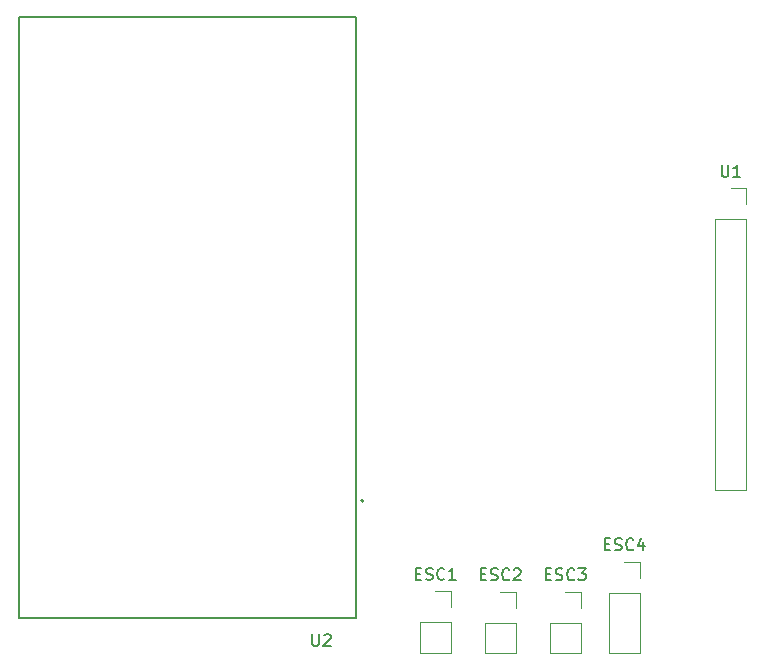
<source format=gbr>
%TF.GenerationSoftware,KiCad,Pcbnew,9.0.1*%
%TF.CreationDate,2025-04-15T18:06:31+09:00*%
%TF.ProjectId,drone,64726f6e-652e-46b6-9963-61645f706362,rev?*%
%TF.SameCoordinates,Original*%
%TF.FileFunction,Legend,Top*%
%TF.FilePolarity,Positive*%
%FSLAX46Y46*%
G04 Gerber Fmt 4.6, Leading zero omitted, Abs format (unit mm)*
G04 Created by KiCad (PCBNEW 9.0.1) date 2025-04-15 18:06:31*
%MOMM*%
%LPD*%
G01*
G04 APERTURE LIST*
%ADD10C,0.150000*%
%ADD11C,0.120000*%
%ADD12C,0.127000*%
%ADD13C,0.200000*%
G04 APERTURE END LIST*
D10*
X173738095Y-62524819D02*
X173738095Y-63334342D01*
X173738095Y-63334342D02*
X173785714Y-63429580D01*
X173785714Y-63429580D02*
X173833333Y-63477200D01*
X173833333Y-63477200D02*
X173928571Y-63524819D01*
X173928571Y-63524819D02*
X174119047Y-63524819D01*
X174119047Y-63524819D02*
X174214285Y-63477200D01*
X174214285Y-63477200D02*
X174261904Y-63429580D01*
X174261904Y-63429580D02*
X174309523Y-63334342D01*
X174309523Y-63334342D02*
X174309523Y-62524819D01*
X175309523Y-63524819D02*
X174738095Y-63524819D01*
X175023809Y-63524819D02*
X175023809Y-62524819D01*
X175023809Y-62524819D02*
X174928571Y-62667676D01*
X174928571Y-62667676D02*
X174833333Y-62762914D01*
X174833333Y-62762914D02*
X174738095Y-62810533D01*
X163833333Y-94621009D02*
X164166666Y-94621009D01*
X164309523Y-95144819D02*
X163833333Y-95144819D01*
X163833333Y-95144819D02*
X163833333Y-94144819D01*
X163833333Y-94144819D02*
X164309523Y-94144819D01*
X164690476Y-95097200D02*
X164833333Y-95144819D01*
X164833333Y-95144819D02*
X165071428Y-95144819D01*
X165071428Y-95144819D02*
X165166666Y-95097200D01*
X165166666Y-95097200D02*
X165214285Y-95049580D01*
X165214285Y-95049580D02*
X165261904Y-94954342D01*
X165261904Y-94954342D02*
X165261904Y-94859104D01*
X165261904Y-94859104D02*
X165214285Y-94763866D01*
X165214285Y-94763866D02*
X165166666Y-94716247D01*
X165166666Y-94716247D02*
X165071428Y-94668628D01*
X165071428Y-94668628D02*
X164880952Y-94621009D01*
X164880952Y-94621009D02*
X164785714Y-94573390D01*
X164785714Y-94573390D02*
X164738095Y-94525771D01*
X164738095Y-94525771D02*
X164690476Y-94430533D01*
X164690476Y-94430533D02*
X164690476Y-94335295D01*
X164690476Y-94335295D02*
X164738095Y-94240057D01*
X164738095Y-94240057D02*
X164785714Y-94192438D01*
X164785714Y-94192438D02*
X164880952Y-94144819D01*
X164880952Y-94144819D02*
X165119047Y-94144819D01*
X165119047Y-94144819D02*
X165261904Y-94192438D01*
X166261904Y-95049580D02*
X166214285Y-95097200D01*
X166214285Y-95097200D02*
X166071428Y-95144819D01*
X166071428Y-95144819D02*
X165976190Y-95144819D01*
X165976190Y-95144819D02*
X165833333Y-95097200D01*
X165833333Y-95097200D02*
X165738095Y-95001961D01*
X165738095Y-95001961D02*
X165690476Y-94906723D01*
X165690476Y-94906723D02*
X165642857Y-94716247D01*
X165642857Y-94716247D02*
X165642857Y-94573390D01*
X165642857Y-94573390D02*
X165690476Y-94382914D01*
X165690476Y-94382914D02*
X165738095Y-94287676D01*
X165738095Y-94287676D02*
X165833333Y-94192438D01*
X165833333Y-94192438D02*
X165976190Y-94144819D01*
X165976190Y-94144819D02*
X166071428Y-94144819D01*
X166071428Y-94144819D02*
X166214285Y-94192438D01*
X166214285Y-94192438D02*
X166261904Y-94240057D01*
X167119047Y-94478152D02*
X167119047Y-95144819D01*
X166880952Y-94097200D02*
X166642857Y-94811485D01*
X166642857Y-94811485D02*
X167261904Y-94811485D01*
X147833333Y-97121009D02*
X148166666Y-97121009D01*
X148309523Y-97644819D02*
X147833333Y-97644819D01*
X147833333Y-97644819D02*
X147833333Y-96644819D01*
X147833333Y-96644819D02*
X148309523Y-96644819D01*
X148690476Y-97597200D02*
X148833333Y-97644819D01*
X148833333Y-97644819D02*
X149071428Y-97644819D01*
X149071428Y-97644819D02*
X149166666Y-97597200D01*
X149166666Y-97597200D02*
X149214285Y-97549580D01*
X149214285Y-97549580D02*
X149261904Y-97454342D01*
X149261904Y-97454342D02*
X149261904Y-97359104D01*
X149261904Y-97359104D02*
X149214285Y-97263866D01*
X149214285Y-97263866D02*
X149166666Y-97216247D01*
X149166666Y-97216247D02*
X149071428Y-97168628D01*
X149071428Y-97168628D02*
X148880952Y-97121009D01*
X148880952Y-97121009D02*
X148785714Y-97073390D01*
X148785714Y-97073390D02*
X148738095Y-97025771D01*
X148738095Y-97025771D02*
X148690476Y-96930533D01*
X148690476Y-96930533D02*
X148690476Y-96835295D01*
X148690476Y-96835295D02*
X148738095Y-96740057D01*
X148738095Y-96740057D02*
X148785714Y-96692438D01*
X148785714Y-96692438D02*
X148880952Y-96644819D01*
X148880952Y-96644819D02*
X149119047Y-96644819D01*
X149119047Y-96644819D02*
X149261904Y-96692438D01*
X150261904Y-97549580D02*
X150214285Y-97597200D01*
X150214285Y-97597200D02*
X150071428Y-97644819D01*
X150071428Y-97644819D02*
X149976190Y-97644819D01*
X149976190Y-97644819D02*
X149833333Y-97597200D01*
X149833333Y-97597200D02*
X149738095Y-97501961D01*
X149738095Y-97501961D02*
X149690476Y-97406723D01*
X149690476Y-97406723D02*
X149642857Y-97216247D01*
X149642857Y-97216247D02*
X149642857Y-97073390D01*
X149642857Y-97073390D02*
X149690476Y-96882914D01*
X149690476Y-96882914D02*
X149738095Y-96787676D01*
X149738095Y-96787676D02*
X149833333Y-96692438D01*
X149833333Y-96692438D02*
X149976190Y-96644819D01*
X149976190Y-96644819D02*
X150071428Y-96644819D01*
X150071428Y-96644819D02*
X150214285Y-96692438D01*
X150214285Y-96692438D02*
X150261904Y-96740057D01*
X151214285Y-97644819D02*
X150642857Y-97644819D01*
X150928571Y-97644819D02*
X150928571Y-96644819D01*
X150928571Y-96644819D02*
X150833333Y-96787676D01*
X150833333Y-96787676D02*
X150738095Y-96882914D01*
X150738095Y-96882914D02*
X150642857Y-96930533D01*
X153333333Y-97161009D02*
X153666666Y-97161009D01*
X153809523Y-97684819D02*
X153333333Y-97684819D01*
X153333333Y-97684819D02*
X153333333Y-96684819D01*
X153333333Y-96684819D02*
X153809523Y-96684819D01*
X154190476Y-97637200D02*
X154333333Y-97684819D01*
X154333333Y-97684819D02*
X154571428Y-97684819D01*
X154571428Y-97684819D02*
X154666666Y-97637200D01*
X154666666Y-97637200D02*
X154714285Y-97589580D01*
X154714285Y-97589580D02*
X154761904Y-97494342D01*
X154761904Y-97494342D02*
X154761904Y-97399104D01*
X154761904Y-97399104D02*
X154714285Y-97303866D01*
X154714285Y-97303866D02*
X154666666Y-97256247D01*
X154666666Y-97256247D02*
X154571428Y-97208628D01*
X154571428Y-97208628D02*
X154380952Y-97161009D01*
X154380952Y-97161009D02*
X154285714Y-97113390D01*
X154285714Y-97113390D02*
X154238095Y-97065771D01*
X154238095Y-97065771D02*
X154190476Y-96970533D01*
X154190476Y-96970533D02*
X154190476Y-96875295D01*
X154190476Y-96875295D02*
X154238095Y-96780057D01*
X154238095Y-96780057D02*
X154285714Y-96732438D01*
X154285714Y-96732438D02*
X154380952Y-96684819D01*
X154380952Y-96684819D02*
X154619047Y-96684819D01*
X154619047Y-96684819D02*
X154761904Y-96732438D01*
X155761904Y-97589580D02*
X155714285Y-97637200D01*
X155714285Y-97637200D02*
X155571428Y-97684819D01*
X155571428Y-97684819D02*
X155476190Y-97684819D01*
X155476190Y-97684819D02*
X155333333Y-97637200D01*
X155333333Y-97637200D02*
X155238095Y-97541961D01*
X155238095Y-97541961D02*
X155190476Y-97446723D01*
X155190476Y-97446723D02*
X155142857Y-97256247D01*
X155142857Y-97256247D02*
X155142857Y-97113390D01*
X155142857Y-97113390D02*
X155190476Y-96922914D01*
X155190476Y-96922914D02*
X155238095Y-96827676D01*
X155238095Y-96827676D02*
X155333333Y-96732438D01*
X155333333Y-96732438D02*
X155476190Y-96684819D01*
X155476190Y-96684819D02*
X155571428Y-96684819D01*
X155571428Y-96684819D02*
X155714285Y-96732438D01*
X155714285Y-96732438D02*
X155761904Y-96780057D01*
X156142857Y-96780057D02*
X156190476Y-96732438D01*
X156190476Y-96732438D02*
X156285714Y-96684819D01*
X156285714Y-96684819D02*
X156523809Y-96684819D01*
X156523809Y-96684819D02*
X156619047Y-96732438D01*
X156619047Y-96732438D02*
X156666666Y-96780057D01*
X156666666Y-96780057D02*
X156714285Y-96875295D01*
X156714285Y-96875295D02*
X156714285Y-96970533D01*
X156714285Y-96970533D02*
X156666666Y-97113390D01*
X156666666Y-97113390D02*
X156095238Y-97684819D01*
X156095238Y-97684819D02*
X156714285Y-97684819D01*
X139068095Y-102249819D02*
X139068095Y-103059342D01*
X139068095Y-103059342D02*
X139115714Y-103154580D01*
X139115714Y-103154580D02*
X139163333Y-103202200D01*
X139163333Y-103202200D02*
X139258571Y-103249819D01*
X139258571Y-103249819D02*
X139449047Y-103249819D01*
X139449047Y-103249819D02*
X139544285Y-103202200D01*
X139544285Y-103202200D02*
X139591904Y-103154580D01*
X139591904Y-103154580D02*
X139639523Y-103059342D01*
X139639523Y-103059342D02*
X139639523Y-102249819D01*
X140068095Y-102345057D02*
X140115714Y-102297438D01*
X140115714Y-102297438D02*
X140210952Y-102249819D01*
X140210952Y-102249819D02*
X140449047Y-102249819D01*
X140449047Y-102249819D02*
X140544285Y-102297438D01*
X140544285Y-102297438D02*
X140591904Y-102345057D01*
X140591904Y-102345057D02*
X140639523Y-102440295D01*
X140639523Y-102440295D02*
X140639523Y-102535533D01*
X140639523Y-102535533D02*
X140591904Y-102678390D01*
X140591904Y-102678390D02*
X140020476Y-103249819D01*
X140020476Y-103249819D02*
X140639523Y-103249819D01*
X158833333Y-97161009D02*
X159166666Y-97161009D01*
X159309523Y-97684819D02*
X158833333Y-97684819D01*
X158833333Y-97684819D02*
X158833333Y-96684819D01*
X158833333Y-96684819D02*
X159309523Y-96684819D01*
X159690476Y-97637200D02*
X159833333Y-97684819D01*
X159833333Y-97684819D02*
X160071428Y-97684819D01*
X160071428Y-97684819D02*
X160166666Y-97637200D01*
X160166666Y-97637200D02*
X160214285Y-97589580D01*
X160214285Y-97589580D02*
X160261904Y-97494342D01*
X160261904Y-97494342D02*
X160261904Y-97399104D01*
X160261904Y-97399104D02*
X160214285Y-97303866D01*
X160214285Y-97303866D02*
X160166666Y-97256247D01*
X160166666Y-97256247D02*
X160071428Y-97208628D01*
X160071428Y-97208628D02*
X159880952Y-97161009D01*
X159880952Y-97161009D02*
X159785714Y-97113390D01*
X159785714Y-97113390D02*
X159738095Y-97065771D01*
X159738095Y-97065771D02*
X159690476Y-96970533D01*
X159690476Y-96970533D02*
X159690476Y-96875295D01*
X159690476Y-96875295D02*
X159738095Y-96780057D01*
X159738095Y-96780057D02*
X159785714Y-96732438D01*
X159785714Y-96732438D02*
X159880952Y-96684819D01*
X159880952Y-96684819D02*
X160119047Y-96684819D01*
X160119047Y-96684819D02*
X160261904Y-96732438D01*
X161261904Y-97589580D02*
X161214285Y-97637200D01*
X161214285Y-97637200D02*
X161071428Y-97684819D01*
X161071428Y-97684819D02*
X160976190Y-97684819D01*
X160976190Y-97684819D02*
X160833333Y-97637200D01*
X160833333Y-97637200D02*
X160738095Y-97541961D01*
X160738095Y-97541961D02*
X160690476Y-97446723D01*
X160690476Y-97446723D02*
X160642857Y-97256247D01*
X160642857Y-97256247D02*
X160642857Y-97113390D01*
X160642857Y-97113390D02*
X160690476Y-96922914D01*
X160690476Y-96922914D02*
X160738095Y-96827676D01*
X160738095Y-96827676D02*
X160833333Y-96732438D01*
X160833333Y-96732438D02*
X160976190Y-96684819D01*
X160976190Y-96684819D02*
X161071428Y-96684819D01*
X161071428Y-96684819D02*
X161214285Y-96732438D01*
X161214285Y-96732438D02*
X161261904Y-96780057D01*
X161595238Y-96684819D02*
X162214285Y-96684819D01*
X162214285Y-96684819D02*
X161880952Y-97065771D01*
X161880952Y-97065771D02*
X162023809Y-97065771D01*
X162023809Y-97065771D02*
X162119047Y-97113390D01*
X162119047Y-97113390D02*
X162166666Y-97161009D01*
X162166666Y-97161009D02*
X162214285Y-97256247D01*
X162214285Y-97256247D02*
X162214285Y-97494342D01*
X162214285Y-97494342D02*
X162166666Y-97589580D01*
X162166666Y-97589580D02*
X162119047Y-97637200D01*
X162119047Y-97637200D02*
X162023809Y-97684819D01*
X162023809Y-97684819D02*
X161738095Y-97684819D01*
X161738095Y-97684819D02*
X161642857Y-97637200D01*
X161642857Y-97637200D02*
X161595238Y-97589580D01*
D11*
%TO.C,U1*%
X173170000Y-67110000D02*
X173170000Y-90030000D01*
X173170000Y-67110000D02*
X175830000Y-67110000D01*
X173170000Y-90030000D02*
X175830000Y-90030000D01*
X174500000Y-64510000D02*
X175830000Y-64510000D01*
X175830000Y-64510000D02*
X175830000Y-65840000D01*
X175830000Y-67110000D02*
X175830000Y-90030000D01*
%TO.C,ESC4*%
X164170000Y-98730000D02*
X164170000Y-103870000D01*
X164170000Y-98730000D02*
X166830000Y-98730000D01*
X164170000Y-103870000D02*
X166830000Y-103870000D01*
X165500000Y-96130000D02*
X166830000Y-96130000D01*
X166830000Y-96130000D02*
X166830000Y-97460000D01*
X166830000Y-98730000D02*
X166830000Y-103870000D01*
%TO.C,ESC1*%
X148170000Y-101230000D02*
X148170000Y-103830000D01*
X148170000Y-101230000D02*
X150830000Y-101230000D01*
X148170000Y-103830000D02*
X150830000Y-103830000D01*
X149500000Y-98630000D02*
X150830000Y-98630000D01*
X150830000Y-98630000D02*
X150830000Y-99960000D01*
X150830000Y-101230000D02*
X150830000Y-103830000D01*
%TO.C,ESC2*%
X153670000Y-101270000D02*
X153670000Y-103870000D01*
X153670000Y-101270000D02*
X156330000Y-101270000D01*
X153670000Y-103870000D02*
X156330000Y-103870000D01*
X155000000Y-98670000D02*
X156330000Y-98670000D01*
X156330000Y-98670000D02*
X156330000Y-100000000D01*
X156330000Y-101270000D02*
X156330000Y-103870000D01*
D12*
%TO.C,U2*%
X114245000Y-49960000D02*
X142755000Y-49960000D01*
X114245000Y-100910000D02*
X114245000Y-49960000D01*
X114245000Y-100910000D02*
X114245000Y-49960000D01*
X119695000Y-49960000D02*
X114245000Y-49960000D01*
X124975000Y-100910000D02*
X114245000Y-100910000D01*
X131686000Y-100910000D02*
X124975000Y-100910000D01*
X137385000Y-49960000D02*
X119695000Y-49960000D01*
X142755000Y-49960000D02*
X137385000Y-49960000D01*
X142755000Y-49960000D02*
X142755000Y-100910000D01*
X142755000Y-49960000D02*
X142755000Y-100910000D01*
X142755000Y-100910000D02*
X114245000Y-100910000D01*
X142755000Y-100910000D02*
X131686000Y-100910000D01*
D13*
X143425000Y-90950000D02*
G75*
G02*
X143225000Y-90950000I-100000J0D01*
G01*
X143225000Y-90950000D02*
G75*
G02*
X143425000Y-90950000I100000J0D01*
G01*
D11*
%TO.C,ESC3*%
X159170000Y-101270000D02*
X159170000Y-103870000D01*
X159170000Y-101270000D02*
X161830000Y-101270000D01*
X159170000Y-103870000D02*
X161830000Y-103870000D01*
X160500000Y-98670000D02*
X161830000Y-98670000D01*
X161830000Y-98670000D02*
X161830000Y-100000000D01*
X161830000Y-101270000D02*
X161830000Y-103870000D01*
%TD*%
M02*

</source>
